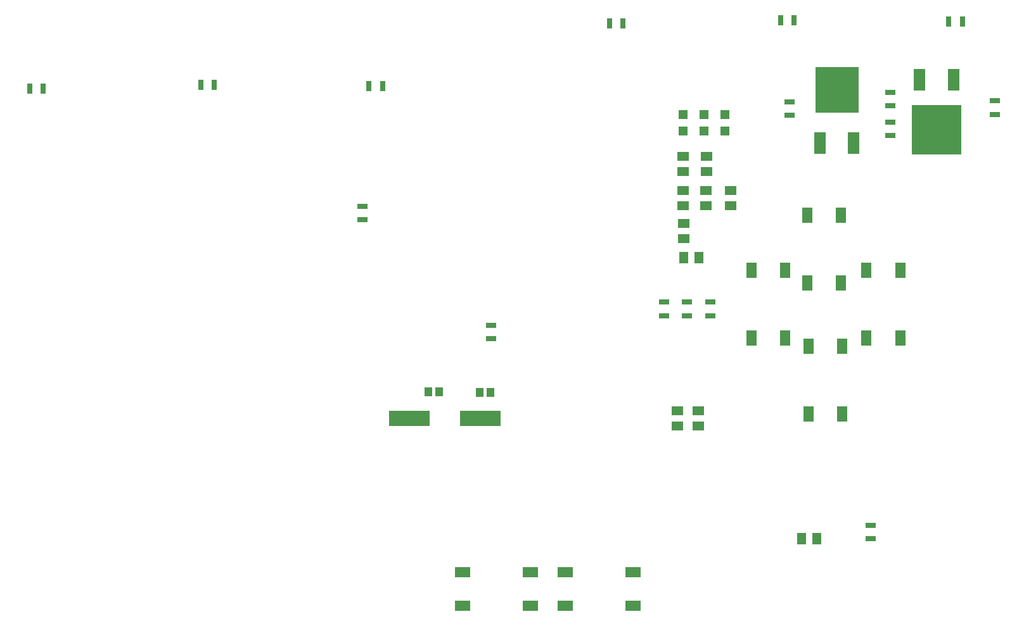
<source format=gtp>
G04*
G04 #@! TF.GenerationSoftware,Altium Limited,Altium Designer,22.1.2 (22)*
G04*
G04 Layer_Color=8421504*
%FSLAX25Y25*%
%MOIN*%
G70*
G04*
G04 #@! TF.SameCoordinates,DBBF1DAF-B7B8-4F0F-8103-75AA92EAAB8F*
G04*
G04*
G04 #@! TF.FilePolarity,Positive*
G04*
G01*
G75*
%ADD18R,0.06000X0.04500*%
%ADD19R,0.04500X0.06000*%
%ADD20R,0.05118X0.04528*%
G04:AMPARAMS|DCode=21|XSize=51.18mil|YSize=29.92mil|CornerRadius=3.74mil|HoleSize=0mil|Usage=FLASHONLY|Rotation=180.000|XOffset=0mil|YOffset=0mil|HoleType=Round|Shape=RoundedRectangle|*
%AMROUNDEDRECTD21*
21,1,0.05118,0.02244,0,0,180.0*
21,1,0.04370,0.02992,0,0,180.0*
1,1,0.00748,-0.02185,0.01122*
1,1,0.00748,0.02185,0.01122*
1,1,0.00748,0.02185,-0.01122*
1,1,0.00748,-0.02185,-0.01122*
%
%ADD21ROUNDEDRECTD21*%
%ADD22R,0.21654X0.07874*%
G04:AMPARAMS|DCode=23|XSize=51.18mil|YSize=29.92mil|CornerRadius=3.74mil|HoleSize=0mil|Usage=FLASHONLY|Rotation=90.000|XOffset=0mil|YOffset=0mil|HoleType=Round|Shape=RoundedRectangle|*
%AMROUNDEDRECTD23*
21,1,0.05118,0.02244,0,0,90.0*
21,1,0.04370,0.02992,0,0,90.0*
1,1,0.00748,0.01122,0.02185*
1,1,0.00748,0.01122,-0.02185*
1,1,0.00748,-0.01122,-0.02185*
1,1,0.00748,-0.01122,0.02185*
%
%ADD23ROUNDEDRECTD23*%
%ADD24R,0.06299X0.11811*%
%ADD25R,0.26378X0.26378*%
%ADD26R,0.22835X0.24410*%
%ADD27R,0.06299X0.11811*%
%ADD28R,0.03937X0.05118*%
%ADD29R,0.05512X0.08268*%
%ADD30R,0.08268X0.05512*%
D18*
X425000Y244000D02*
D03*
Y236000D02*
D03*
X412000Y244000D02*
D03*
Y236000D02*
D03*
X412500Y262000D02*
D03*
Y254000D02*
D03*
X400500Y226500D02*
D03*
Y218500D02*
D03*
X400000Y244000D02*
D03*
Y236000D02*
D03*
Y262000D02*
D03*
Y254000D02*
D03*
X408000Y120000D02*
D03*
Y128000D02*
D03*
X397000Y120000D02*
D03*
Y128000D02*
D03*
D19*
X400500Y208500D02*
D03*
X408500D02*
D03*
X470500Y60500D02*
D03*
X462500D02*
D03*
D20*
X400000Y275071D02*
D03*
Y283929D02*
D03*
X422000Y275071D02*
D03*
Y283929D02*
D03*
X411000Y275071D02*
D03*
Y283929D02*
D03*
D21*
X299000Y173004D02*
D03*
Y165957D02*
D03*
X414500Y177996D02*
D03*
Y185043D02*
D03*
X402000Y177996D02*
D03*
Y185043D02*
D03*
X390000Y177996D02*
D03*
Y185043D02*
D03*
X456000Y283496D02*
D03*
Y290543D02*
D03*
X564000Y283996D02*
D03*
Y291043D02*
D03*
X509000Y280004D02*
D03*
Y272957D02*
D03*
Y288496D02*
D03*
Y295543D02*
D03*
X498784Y67433D02*
D03*
Y60386D02*
D03*
X231500Y235504D02*
D03*
Y228457D02*
D03*
D22*
X293402Y124000D02*
D03*
X256000D02*
D03*
D23*
X547004Y333000D02*
D03*
X539957D02*
D03*
X458504Y333500D02*
D03*
X451457D02*
D03*
X368504Y332000D02*
D03*
X361457D02*
D03*
X242004Y299000D02*
D03*
X234957D02*
D03*
X63504Y297500D02*
D03*
X56457D02*
D03*
X153504Y299500D02*
D03*
X146457D02*
D03*
D24*
X542555Y302091D02*
D03*
X524445D02*
D03*
D25*
X533500Y275909D02*
D03*
D26*
X481000Y297000D02*
D03*
D27*
X472004Y268732D02*
D03*
X489996D02*
D03*
D28*
X293047Y137500D02*
D03*
X298953D02*
D03*
X271953Y138000D02*
D03*
X266047D02*
D03*
D29*
X483258Y230913D02*
D03*
Y195087D02*
D03*
X465542D02*
D03*
Y230913D02*
D03*
X453858Y201913D02*
D03*
Y166087D02*
D03*
X436142D02*
D03*
Y201913D02*
D03*
X514358D02*
D03*
Y166087D02*
D03*
X496642D02*
D03*
Y201913D02*
D03*
X483758Y161913D02*
D03*
Y126087D02*
D03*
X466042D02*
D03*
Y161913D02*
D03*
D30*
X338087Y42858D02*
D03*
X373913D02*
D03*
Y25142D02*
D03*
X338087D02*
D03*
X284087Y42858D02*
D03*
X319913D02*
D03*
Y25142D02*
D03*
X284087D02*
D03*
M02*

</source>
